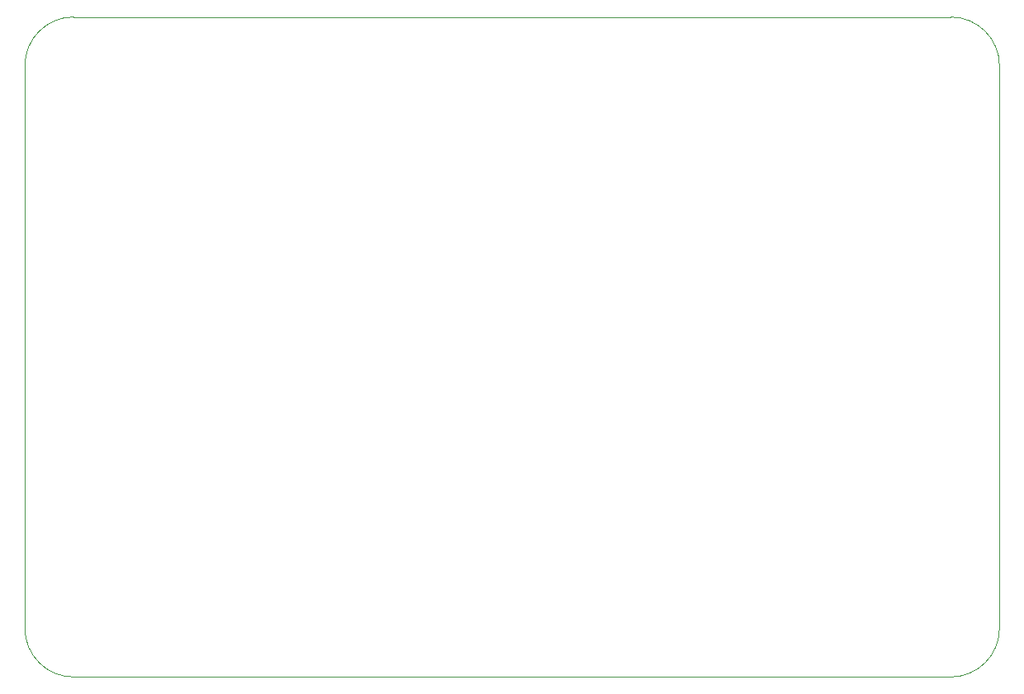
<source format=gbr>
%TF.GenerationSoftware,KiCad,Pcbnew,9.0.5*%
%TF.CreationDate,2025-10-16T19:16:23+10:00*%
%TF.ProjectId,12v-2x6,3132762d-3278-4362-9e6b-696361645f70,1*%
%TF.SameCoordinates,Original*%
%TF.FileFunction,Profile,NP*%
%FSLAX46Y46*%
G04 Gerber Fmt 4.6, Leading zero omitted, Abs format (unit mm)*
G04 Created by KiCad (PCBNEW 9.0.5) date 2025-10-16 19:16:23*
%MOMM*%
%LPD*%
G01*
G04 APERTURE LIST*
%TA.AperFunction,Profile*%
%ADD10C,0.100000*%
%TD*%
G04 APERTURE END LIST*
D10*
X48000000Y-96800000D02*
X48000000Y-39000000D01*
X148000000Y-39000000D02*
X147999711Y-96853757D01*
X53000000Y-101800000D02*
G75*
G02*
X48000000Y-96800000I0J5000000D01*
G01*
X143000289Y-101800000D02*
X53000000Y-101800000D01*
X143000000Y-34000000D02*
G75*
G02*
X148000000Y-39000000I0J-5000000D01*
G01*
X53000000Y-34000000D02*
X143000000Y-34000000D01*
X147999711Y-96853760D02*
G75*
G02*
X143000000Y-101800000I-4999711J53760D01*
G01*
X48000000Y-39000000D02*
G75*
G02*
X53000000Y-34000000I5000000J0D01*
G01*
M02*

</source>
